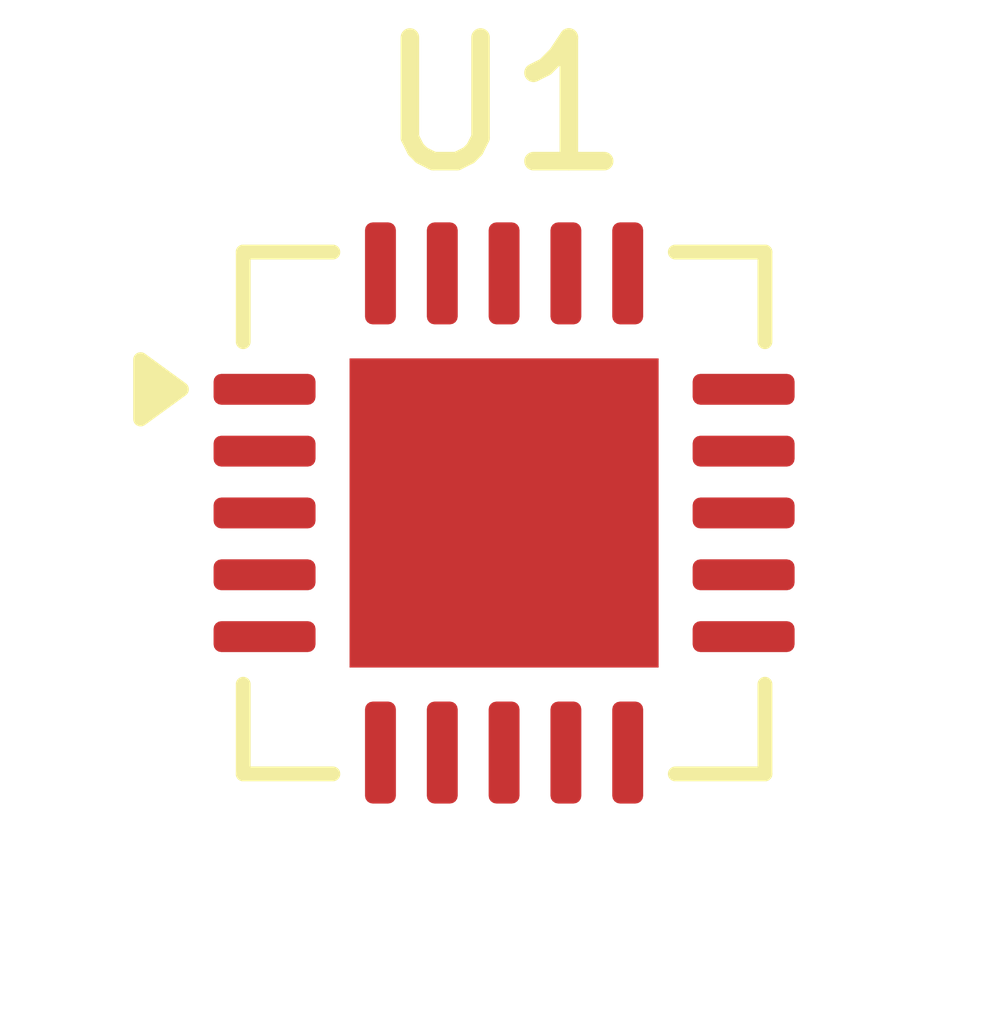
<source format=kicad_pcb>
(kicad_pcb (version 20241229) (generator "pcbnew") (generator_version "9.0")
  (layers (0 "F.Cu" signal) (2 "B.Cu" signal) (13 "F.Paste" user) (15 "B.Paste" user) (5 "F.SilkS" user "F.Silkscreen") (7 "B.SilkS" user "B.Silkscreen") (1 "F.Mask" user) (3 "B.Mask" user) (25 "Edge.Cuts" user))
  (net 0 "")
  (net 1 "Net-(U1-OUT-Pad1)")
  (net 4 "Net-(U1-IN-Pad18)")
  (net 5 "Net-(U1-V_{SS}-Pad10)")
  (net 8 "Net-(U1-V_{BAT}-Pad14)")
  (footprint "Package_DFN_QFN:QFN-20-1EP_4x4mm_P0.5mm_EP2.5x2.5mm" (layer "F.Cu") (at 49.8 64.1025)
    (property "Reference" "U1" (at 0 -3.3 0) (layer "F.SilkS"))
    (property "Value" "MCP73871")
    (fp_line (start -2.11 -2.11) (end -1.385 -2.11) (stroke (width 0.12)) (layer "F.SilkS"))
    (fp_line (start -2.11 -1.385) (end -2.11 -2.11) (stroke (width 0.12)) (layer "F.SilkS"))
    (fp_line (start -2.11 2.11) (end -2.11 1.385) (stroke (width 0.12)) (layer "F.SilkS"))
    (fp_line (start -1.385 2.11) (end -2.11 2.11) (stroke (width 0.12)) (layer "F.SilkS"))
    (fp_line (start 1.385 -2.11) (end 2.11 -2.11) (stroke (width 0.12)) (layer "F.SilkS"))
    (fp_line (start 2.11 -2.11) (end 2.11 -1.385) (stroke (width 0.12)) (layer "F.SilkS"))
    (fp_line (start 2.11 1.385) (end 2.11 2.11) (stroke (width 0.12)) (layer "F.SilkS"))
    (fp_line (start 2.11 2.11) (end 1.385 2.11) (stroke (width 0.12)) (layer "F.SilkS"))
    (fp_poly (pts (xy -2.61 -1) (xy -2.94 -0.76) (xy -2.94 -1.24)) (stroke (width 0.12)) (fill yes) (layer "F.SilkS"))
    (pad "1" smd roundrect (at -1.9375 -1) (size 0.825 0.25) (layers "F.Cu" "F.Mask" "F.Paste") (net 1 "Net-(U1-OUT-Pad1)"))
    (pad "2" smd roundrect (at -1.9375 -0.5) (size 0.825 0.25) (layers "F.Cu" "F.Mask" "F.Paste"))
    (pad "3" smd roundrect (at -1.9375 0) (size 0.825 0.25) (layers "F.Cu" "F.Mask" "F.Paste"))
    (pad "4" smd roundrect (at -1.9375 0.5) (size 0.825 0.25) (layers "F.Cu" "F.Mask" "F.Paste"))
    (pad "5" smd roundrect (at -1.9375 1) (size 0.825 0.25) (layers "F.Cu" "F.Mask" "F.Paste"))
    (pad "6" smd roundrect (at -1 1.9375) (size 0.25 0.825) (layers "F.Cu" "F.Mask" "F.Paste"))
    (pad "7" smd roundrect (at -0.5 1.9375) (size 0.25 0.825) (layers "F.Cu" "F.Mask" "F.Paste"))
    (pad "8" smd roundrect (at 0 1.9375) (size 0.25 0.825) (layers "F.Cu" "F.Mask" "F.Paste"))
    (pad "9" smd roundrect (at 0.5 1.9375) (size 0.25 0.825) (layers "F.Cu" "F.Mask" "F.Paste"))
    (pad "10" smd roundrect (at 1 1.9375) (size 0.25 0.825) (layers "F.Cu" "F.Mask" "F.Paste") (net 5 "Net-(U1-V_{SS}-Pad10)"))
    (pad "11" smd roundrect (at 1.9375 1) (size 0.825 0.25) (layers "F.Cu" "F.Mask" "F.Paste") (net 5 "Net-(U1-V_{SS}-Pad10)"))
    (pad "12" smd roundrect (at 1.9375 0.5) (size 0.825 0.25) (layers "F.Cu" "F.Mask" "F.Paste"))
    (pad "13" smd roundrect (at 1.9375 0) (size 0.825 0.25) (layers "F.Cu" "F.Mask" "F.Paste"))
    (pad "14" smd roundrect (at 1.9375 -0.5) (size 0.825 0.25) (layers "F.Cu" "F.Mask" "F.Paste") (net 8 "Net-(U1-V_{BAT}-Pad14)"))
    (pad "15" smd roundrect (at 1.9375 -1) (size 0.825 0.25) (layers "F.Cu" "F.Mask" "F.Paste") (net 8 "Net-(U1-V_{BAT}-Pad14)"))
    (pad "16" smd roundrect (at 1 -1.9375) (size 0.25 0.825) (layers "F.Cu" "F.Mask" "F.Paste"))
    (pad "17" smd roundrect (at 0.5 -1.9375) (size 0.25 0.825) (layers "F.Cu" "F.Mask" "F.Paste"))
    (pad "18" smd roundrect (at 0 -1.9375) (size 0.25 0.825) (layers "F.Cu" "F.Mask" "F.Paste") (net 4 "Net-(U1-IN-Pad18)"))
    (pad "19" smd roundrect (at -0.5 -1.9375) (size 0.25 0.825) (layers "F.Cu" "F.Mask" "F.Paste") (net 4 "Net-(U1-IN-Pad18)"))
    (pad "20" smd roundrect (at -1 -1.9375) (size 0.25 0.825) (layers "F.Cu" "F.Mask" "F.Paste") (net 1 "Net-(U1-OUT-Pad1)"))
    (pad "21" smd rect (at 0 0) (size 2.5 2.5) (property pad_prop_heatsink) (layers "F.Cu" "F.Mask") (net 5 "Net-(U1-V_{SS}-Pad10)"))
  )
)
</source>
